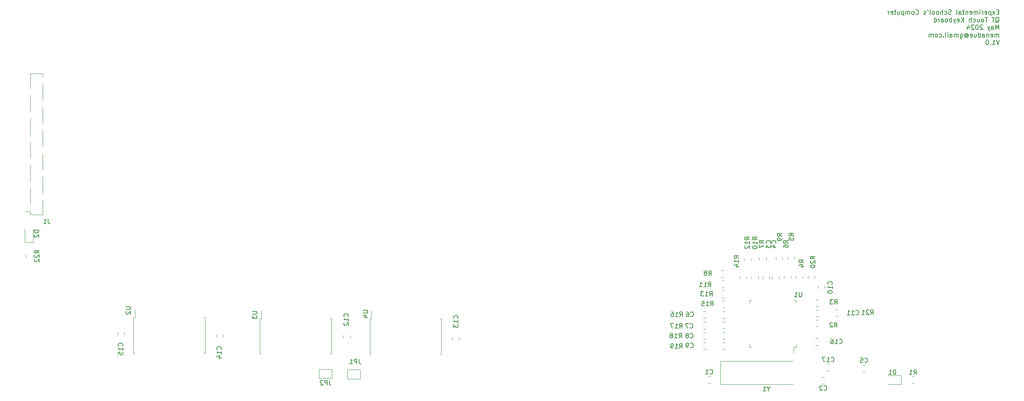
<source format=gbr>
G04 #@! TF.GenerationSoftware,KiCad,Pcbnew,5.1.5+dfsg1-2build2*
G04 #@! TF.CreationDate,2024-05-23T04:39:51+01:00*
G04 #@! TF.ProjectId,qt_touch1,71745f74-6f75-4636-9831-2e6b69636164,rev?*
G04 #@! TF.SameCoordinates,Original*
G04 #@! TF.FileFunction,Legend,Bot*
G04 #@! TF.FilePolarity,Positive*
%FSLAX46Y46*%
G04 Gerber Fmt 4.6, Leading zero omitted, Abs format (unit mm)*
G04 Created by KiCad (PCBNEW 5.1.5+dfsg1-2build2) date 2024-05-23 04:39:51*
%MOMM*%
%LPD*%
G04 APERTURE LIST*
%ADD10C,0.150000*%
%ADD11C,0.120000*%
G04 APERTURE END LIST*
D10*
X244739404Y-59853571D02*
X244406071Y-59853571D01*
X244263214Y-60377380D02*
X244739404Y-60377380D01*
X244739404Y-59377380D01*
X244263214Y-59377380D01*
X243929880Y-60377380D02*
X243406071Y-59710714D01*
X243929880Y-59710714D02*
X243406071Y-60377380D01*
X243025119Y-59710714D02*
X243025119Y-60710714D01*
X243025119Y-59758333D02*
X242929880Y-59710714D01*
X242739404Y-59710714D01*
X242644166Y-59758333D01*
X242596547Y-59805952D01*
X242548928Y-59901190D01*
X242548928Y-60186904D01*
X242596547Y-60282142D01*
X242644166Y-60329761D01*
X242739404Y-60377380D01*
X242929880Y-60377380D01*
X243025119Y-60329761D01*
X241739404Y-60329761D02*
X241834642Y-60377380D01*
X242025119Y-60377380D01*
X242120357Y-60329761D01*
X242167976Y-60234523D01*
X242167976Y-59853571D01*
X242120357Y-59758333D01*
X242025119Y-59710714D01*
X241834642Y-59710714D01*
X241739404Y-59758333D01*
X241691785Y-59853571D01*
X241691785Y-59948809D01*
X242167976Y-60044047D01*
X241263214Y-60377380D02*
X241263214Y-59710714D01*
X241263214Y-59901190D02*
X241215595Y-59805952D01*
X241167976Y-59758333D01*
X241072738Y-59710714D01*
X240977500Y-59710714D01*
X240644166Y-60377380D02*
X240644166Y-59710714D01*
X240644166Y-59377380D02*
X240691785Y-59425000D01*
X240644166Y-59472619D01*
X240596547Y-59425000D01*
X240644166Y-59377380D01*
X240644166Y-59472619D01*
X240167976Y-60377380D02*
X240167976Y-59710714D01*
X240167976Y-59805952D02*
X240120357Y-59758333D01*
X240025119Y-59710714D01*
X239882261Y-59710714D01*
X239787023Y-59758333D01*
X239739404Y-59853571D01*
X239739404Y-60377380D01*
X239739404Y-59853571D02*
X239691785Y-59758333D01*
X239596547Y-59710714D01*
X239453690Y-59710714D01*
X239358452Y-59758333D01*
X239310833Y-59853571D01*
X239310833Y-60377380D01*
X238453690Y-60329761D02*
X238548928Y-60377380D01*
X238739404Y-60377380D01*
X238834642Y-60329761D01*
X238882261Y-60234523D01*
X238882261Y-59853571D01*
X238834642Y-59758333D01*
X238739404Y-59710714D01*
X238548928Y-59710714D01*
X238453690Y-59758333D01*
X238406071Y-59853571D01*
X238406071Y-59948809D01*
X238882261Y-60044047D01*
X237977500Y-59710714D02*
X237977500Y-60377380D01*
X237977500Y-59805952D02*
X237929880Y-59758333D01*
X237834642Y-59710714D01*
X237691785Y-59710714D01*
X237596547Y-59758333D01*
X237548928Y-59853571D01*
X237548928Y-60377380D01*
X237215595Y-59710714D02*
X236834642Y-59710714D01*
X237072738Y-59377380D02*
X237072738Y-60234523D01*
X237025119Y-60329761D01*
X236929880Y-60377380D01*
X236834642Y-60377380D01*
X236072738Y-60377380D02*
X236072738Y-59853571D01*
X236120357Y-59758333D01*
X236215595Y-59710714D01*
X236406071Y-59710714D01*
X236501309Y-59758333D01*
X236072738Y-60329761D02*
X236167976Y-60377380D01*
X236406071Y-60377380D01*
X236501309Y-60329761D01*
X236548928Y-60234523D01*
X236548928Y-60139285D01*
X236501309Y-60044047D01*
X236406071Y-59996428D01*
X236167976Y-59996428D01*
X236072738Y-59948809D01*
X235453690Y-60377380D02*
X235548928Y-60329761D01*
X235596547Y-60234523D01*
X235596547Y-59377380D01*
X234358452Y-60329761D02*
X234215595Y-60377380D01*
X233977500Y-60377380D01*
X233882261Y-60329761D01*
X233834642Y-60282142D01*
X233787023Y-60186904D01*
X233787023Y-60091666D01*
X233834642Y-59996428D01*
X233882261Y-59948809D01*
X233977500Y-59901190D01*
X234167976Y-59853571D01*
X234263214Y-59805952D01*
X234310833Y-59758333D01*
X234358452Y-59663095D01*
X234358452Y-59567857D01*
X234310833Y-59472619D01*
X234263214Y-59425000D01*
X234167976Y-59377380D01*
X233929880Y-59377380D01*
X233787023Y-59425000D01*
X232929880Y-60329761D02*
X233025119Y-60377380D01*
X233215595Y-60377380D01*
X233310833Y-60329761D01*
X233358452Y-60282142D01*
X233406071Y-60186904D01*
X233406071Y-59901190D01*
X233358452Y-59805952D01*
X233310833Y-59758333D01*
X233215595Y-59710714D01*
X233025119Y-59710714D01*
X232929880Y-59758333D01*
X232501309Y-60377380D02*
X232501309Y-59377380D01*
X232072738Y-60377380D02*
X232072738Y-59853571D01*
X232120357Y-59758333D01*
X232215595Y-59710714D01*
X232358452Y-59710714D01*
X232453690Y-59758333D01*
X232501309Y-59805952D01*
X231453690Y-60377380D02*
X231548928Y-60329761D01*
X231596547Y-60282142D01*
X231644166Y-60186904D01*
X231644166Y-59901190D01*
X231596547Y-59805952D01*
X231548928Y-59758333D01*
X231453690Y-59710714D01*
X231310833Y-59710714D01*
X231215595Y-59758333D01*
X231167976Y-59805952D01*
X231120357Y-59901190D01*
X231120357Y-60186904D01*
X231167976Y-60282142D01*
X231215595Y-60329761D01*
X231310833Y-60377380D01*
X231453690Y-60377380D01*
X230548928Y-60377380D02*
X230644166Y-60329761D01*
X230691785Y-60282142D01*
X230739404Y-60186904D01*
X230739404Y-59901190D01*
X230691785Y-59805952D01*
X230644166Y-59758333D01*
X230548928Y-59710714D01*
X230406071Y-59710714D01*
X230310833Y-59758333D01*
X230263214Y-59805952D01*
X230215595Y-59901190D01*
X230215595Y-60186904D01*
X230263214Y-60282142D01*
X230310833Y-60329761D01*
X230406071Y-60377380D01*
X230548928Y-60377380D01*
X229644166Y-60377380D02*
X229739404Y-60329761D01*
X229787023Y-60234523D01*
X229787023Y-59377380D01*
X229215595Y-59377380D02*
X229310833Y-59567857D01*
X228834642Y-60329761D02*
X228739404Y-60377380D01*
X228548928Y-60377380D01*
X228453690Y-60329761D01*
X228406071Y-60234523D01*
X228406071Y-60186904D01*
X228453690Y-60091666D01*
X228548928Y-60044047D01*
X228691785Y-60044047D01*
X228787023Y-59996428D01*
X228834642Y-59901190D01*
X228834642Y-59853571D01*
X228787023Y-59758333D01*
X228691785Y-59710714D01*
X228548928Y-59710714D01*
X228453690Y-59758333D01*
X226644166Y-60282142D02*
X226691785Y-60329761D01*
X226834642Y-60377380D01*
X226929880Y-60377380D01*
X227072738Y-60329761D01*
X227167976Y-60234523D01*
X227215595Y-60139285D01*
X227263214Y-59948809D01*
X227263214Y-59805952D01*
X227215595Y-59615476D01*
X227167976Y-59520238D01*
X227072738Y-59425000D01*
X226929880Y-59377380D01*
X226834642Y-59377380D01*
X226691785Y-59425000D01*
X226644166Y-59472619D01*
X226072738Y-60377380D02*
X226167976Y-60329761D01*
X226215595Y-60282142D01*
X226263214Y-60186904D01*
X226263214Y-59901190D01*
X226215595Y-59805952D01*
X226167976Y-59758333D01*
X226072738Y-59710714D01*
X225929880Y-59710714D01*
X225834642Y-59758333D01*
X225787023Y-59805952D01*
X225739404Y-59901190D01*
X225739404Y-60186904D01*
X225787023Y-60282142D01*
X225834642Y-60329761D01*
X225929880Y-60377380D01*
X226072738Y-60377380D01*
X225310833Y-60377380D02*
X225310833Y-59710714D01*
X225310833Y-59805952D02*
X225263214Y-59758333D01*
X225167976Y-59710714D01*
X225025119Y-59710714D01*
X224929880Y-59758333D01*
X224882261Y-59853571D01*
X224882261Y-60377380D01*
X224882261Y-59853571D02*
X224834642Y-59758333D01*
X224739404Y-59710714D01*
X224596547Y-59710714D01*
X224501309Y-59758333D01*
X224453690Y-59853571D01*
X224453690Y-60377380D01*
X223977500Y-59710714D02*
X223977500Y-60710714D01*
X223977500Y-59758333D02*
X223882261Y-59710714D01*
X223691785Y-59710714D01*
X223596547Y-59758333D01*
X223548928Y-59805952D01*
X223501309Y-59901190D01*
X223501309Y-60186904D01*
X223548928Y-60282142D01*
X223596547Y-60329761D01*
X223691785Y-60377380D01*
X223882261Y-60377380D01*
X223977500Y-60329761D01*
X222644166Y-59710714D02*
X222644166Y-60377380D01*
X223072738Y-59710714D02*
X223072738Y-60234523D01*
X223025119Y-60329761D01*
X222929880Y-60377380D01*
X222787023Y-60377380D01*
X222691785Y-60329761D01*
X222644166Y-60282142D01*
X222310833Y-59710714D02*
X221929880Y-59710714D01*
X222167976Y-59377380D02*
X222167976Y-60234523D01*
X222120357Y-60329761D01*
X222025119Y-60377380D01*
X221929880Y-60377380D01*
X221215595Y-60329761D02*
X221310833Y-60377380D01*
X221501309Y-60377380D01*
X221596547Y-60329761D01*
X221644166Y-60234523D01*
X221644166Y-59853571D01*
X221596547Y-59758333D01*
X221501309Y-59710714D01*
X221310833Y-59710714D01*
X221215595Y-59758333D01*
X221167976Y-59853571D01*
X221167976Y-59948809D01*
X221644166Y-60044047D01*
X220739404Y-60377380D02*
X220739404Y-59710714D01*
X220739404Y-59901190D02*
X220691785Y-59805952D01*
X220644166Y-59758333D01*
X220548928Y-59710714D01*
X220453690Y-59710714D01*
X244072738Y-62122619D02*
X244167976Y-62075000D01*
X244263214Y-61979761D01*
X244406071Y-61836904D01*
X244501309Y-61789285D01*
X244596547Y-61789285D01*
X244548928Y-62027380D02*
X244644166Y-61979761D01*
X244739404Y-61884523D01*
X244787023Y-61694047D01*
X244787023Y-61360714D01*
X244739404Y-61170238D01*
X244644166Y-61075000D01*
X244548928Y-61027380D01*
X244358452Y-61027380D01*
X244263214Y-61075000D01*
X244167976Y-61170238D01*
X244120357Y-61360714D01*
X244120357Y-61694047D01*
X244167976Y-61884523D01*
X244263214Y-61979761D01*
X244358452Y-62027380D01*
X244548928Y-62027380D01*
X243834642Y-61027380D02*
X243263214Y-61027380D01*
X243548928Y-62027380D02*
X243548928Y-61027380D01*
X242310833Y-61027380D02*
X241739404Y-61027380D01*
X242025119Y-62027380D02*
X242025119Y-61027380D01*
X241263214Y-62027380D02*
X241358452Y-61979761D01*
X241406071Y-61932142D01*
X241453690Y-61836904D01*
X241453690Y-61551190D01*
X241406071Y-61455952D01*
X241358452Y-61408333D01*
X241263214Y-61360714D01*
X241120357Y-61360714D01*
X241025119Y-61408333D01*
X240977500Y-61455952D01*
X240929880Y-61551190D01*
X240929880Y-61836904D01*
X240977500Y-61932142D01*
X241025119Y-61979761D01*
X241120357Y-62027380D01*
X241263214Y-62027380D01*
X240072738Y-61360714D02*
X240072738Y-62027380D01*
X240501309Y-61360714D02*
X240501309Y-61884523D01*
X240453690Y-61979761D01*
X240358452Y-62027380D01*
X240215595Y-62027380D01*
X240120357Y-61979761D01*
X240072738Y-61932142D01*
X239167976Y-61979761D02*
X239263214Y-62027380D01*
X239453690Y-62027380D01*
X239548928Y-61979761D01*
X239596547Y-61932142D01*
X239644166Y-61836904D01*
X239644166Y-61551190D01*
X239596547Y-61455952D01*
X239548928Y-61408333D01*
X239453690Y-61360714D01*
X239263214Y-61360714D01*
X239167976Y-61408333D01*
X238739404Y-62027380D02*
X238739404Y-61027380D01*
X238310833Y-62027380D02*
X238310833Y-61503571D01*
X238358452Y-61408333D01*
X238453690Y-61360714D01*
X238596547Y-61360714D01*
X238691785Y-61408333D01*
X238739404Y-61455952D01*
X237072738Y-62027380D02*
X237072738Y-61027380D01*
X236501309Y-62027380D02*
X236929880Y-61455952D01*
X236501309Y-61027380D02*
X237072738Y-61598809D01*
X235691785Y-61979761D02*
X235787023Y-62027380D01*
X235977500Y-62027380D01*
X236072738Y-61979761D01*
X236120357Y-61884523D01*
X236120357Y-61503571D01*
X236072738Y-61408333D01*
X235977500Y-61360714D01*
X235787023Y-61360714D01*
X235691785Y-61408333D01*
X235644166Y-61503571D01*
X235644166Y-61598809D01*
X236120357Y-61694047D01*
X235310833Y-61360714D02*
X235072738Y-62027380D01*
X234834642Y-61360714D02*
X235072738Y-62027380D01*
X235167976Y-62265476D01*
X235215595Y-62313095D01*
X235310833Y-62360714D01*
X234453690Y-62027380D02*
X234453690Y-61027380D01*
X234453690Y-61408333D02*
X234358452Y-61360714D01*
X234167976Y-61360714D01*
X234072738Y-61408333D01*
X234025119Y-61455952D01*
X233977500Y-61551190D01*
X233977500Y-61836904D01*
X234025119Y-61932142D01*
X234072738Y-61979761D01*
X234167976Y-62027380D01*
X234358452Y-62027380D01*
X234453690Y-61979761D01*
X233406071Y-62027380D02*
X233501309Y-61979761D01*
X233548928Y-61932142D01*
X233596547Y-61836904D01*
X233596547Y-61551190D01*
X233548928Y-61455952D01*
X233501309Y-61408333D01*
X233406071Y-61360714D01*
X233263214Y-61360714D01*
X233167976Y-61408333D01*
X233120357Y-61455952D01*
X233072738Y-61551190D01*
X233072738Y-61836904D01*
X233120357Y-61932142D01*
X233167976Y-61979761D01*
X233263214Y-62027380D01*
X233406071Y-62027380D01*
X232215595Y-62027380D02*
X232215595Y-61503571D01*
X232263214Y-61408333D01*
X232358452Y-61360714D01*
X232548928Y-61360714D01*
X232644166Y-61408333D01*
X232215595Y-61979761D02*
X232310833Y-62027380D01*
X232548928Y-62027380D01*
X232644166Y-61979761D01*
X232691785Y-61884523D01*
X232691785Y-61789285D01*
X232644166Y-61694047D01*
X232548928Y-61646428D01*
X232310833Y-61646428D01*
X232215595Y-61598809D01*
X231739404Y-62027380D02*
X231739404Y-61360714D01*
X231739404Y-61551190D02*
X231691785Y-61455952D01*
X231644166Y-61408333D01*
X231548928Y-61360714D01*
X231453690Y-61360714D01*
X230691785Y-62027380D02*
X230691785Y-61027380D01*
X230691785Y-61979761D02*
X230787023Y-62027380D01*
X230977500Y-62027380D01*
X231072738Y-61979761D01*
X231120357Y-61932142D01*
X231167976Y-61836904D01*
X231167976Y-61551190D01*
X231120357Y-61455952D01*
X231072738Y-61408333D01*
X230977500Y-61360714D01*
X230787023Y-61360714D01*
X230691785Y-61408333D01*
X244739404Y-63677380D02*
X244739404Y-62677380D01*
X244406071Y-63391666D01*
X244072738Y-62677380D01*
X244072738Y-63677380D01*
X243167976Y-63677380D02*
X243167976Y-63153571D01*
X243215595Y-63058333D01*
X243310833Y-63010714D01*
X243501309Y-63010714D01*
X243596547Y-63058333D01*
X243167976Y-63629761D02*
X243263214Y-63677380D01*
X243501309Y-63677380D01*
X243596547Y-63629761D01*
X243644166Y-63534523D01*
X243644166Y-63439285D01*
X243596547Y-63344047D01*
X243501309Y-63296428D01*
X243263214Y-63296428D01*
X243167976Y-63248809D01*
X242787023Y-63010714D02*
X242548928Y-63677380D01*
X242310833Y-63010714D02*
X242548928Y-63677380D01*
X242644166Y-63915476D01*
X242691785Y-63963095D01*
X242787023Y-64010714D01*
X241215595Y-62772619D02*
X241167976Y-62725000D01*
X241072738Y-62677380D01*
X240834642Y-62677380D01*
X240739404Y-62725000D01*
X240691785Y-62772619D01*
X240644166Y-62867857D01*
X240644166Y-62963095D01*
X240691785Y-63105952D01*
X241263214Y-63677380D01*
X240644166Y-63677380D01*
X240025119Y-62677380D02*
X239929880Y-62677380D01*
X239834642Y-62725000D01*
X239787023Y-62772619D01*
X239739404Y-62867857D01*
X239691785Y-63058333D01*
X239691785Y-63296428D01*
X239739404Y-63486904D01*
X239787023Y-63582142D01*
X239834642Y-63629761D01*
X239929880Y-63677380D01*
X240025119Y-63677380D01*
X240120357Y-63629761D01*
X240167976Y-63582142D01*
X240215595Y-63486904D01*
X240263214Y-63296428D01*
X240263214Y-63058333D01*
X240215595Y-62867857D01*
X240167976Y-62772619D01*
X240120357Y-62725000D01*
X240025119Y-62677380D01*
X239310833Y-62772619D02*
X239263214Y-62725000D01*
X239167976Y-62677380D01*
X238929880Y-62677380D01*
X238834642Y-62725000D01*
X238787023Y-62772619D01*
X238739404Y-62867857D01*
X238739404Y-62963095D01*
X238787023Y-63105952D01*
X239358452Y-63677380D01*
X238739404Y-63677380D01*
X237882261Y-63010714D02*
X237882261Y-63677380D01*
X238120357Y-62629761D02*
X238358452Y-63344047D01*
X237739404Y-63344047D01*
X244739404Y-65327380D02*
X244739404Y-64660714D01*
X244739404Y-64755952D02*
X244691785Y-64708333D01*
X244596547Y-64660714D01*
X244453690Y-64660714D01*
X244358452Y-64708333D01*
X244310833Y-64803571D01*
X244310833Y-65327380D01*
X244310833Y-64803571D02*
X244263214Y-64708333D01*
X244167976Y-64660714D01*
X244025119Y-64660714D01*
X243929880Y-64708333D01*
X243882261Y-64803571D01*
X243882261Y-65327380D01*
X243025119Y-65279761D02*
X243120357Y-65327380D01*
X243310833Y-65327380D01*
X243406071Y-65279761D01*
X243453690Y-65184523D01*
X243453690Y-64803571D01*
X243406071Y-64708333D01*
X243310833Y-64660714D01*
X243120357Y-64660714D01*
X243025119Y-64708333D01*
X242977500Y-64803571D01*
X242977500Y-64898809D01*
X243453690Y-64994047D01*
X242548928Y-64660714D02*
X242548928Y-65327380D01*
X242548928Y-64755952D02*
X242501309Y-64708333D01*
X242406071Y-64660714D01*
X242263214Y-64660714D01*
X242167976Y-64708333D01*
X242120357Y-64803571D01*
X242120357Y-65327380D01*
X241215595Y-65327380D02*
X241215595Y-64803571D01*
X241263214Y-64708333D01*
X241358452Y-64660714D01*
X241548928Y-64660714D01*
X241644166Y-64708333D01*
X241215595Y-65279761D02*
X241310833Y-65327380D01*
X241548928Y-65327380D01*
X241644166Y-65279761D01*
X241691785Y-65184523D01*
X241691785Y-65089285D01*
X241644166Y-64994047D01*
X241548928Y-64946428D01*
X241310833Y-64946428D01*
X241215595Y-64898809D01*
X240310833Y-65327380D02*
X240310833Y-64327380D01*
X240310833Y-65279761D02*
X240406071Y-65327380D01*
X240596547Y-65327380D01*
X240691785Y-65279761D01*
X240739404Y-65232142D01*
X240787023Y-65136904D01*
X240787023Y-64851190D01*
X240739404Y-64755952D01*
X240691785Y-64708333D01*
X240596547Y-64660714D01*
X240406071Y-64660714D01*
X240310833Y-64708333D01*
X239406071Y-64660714D02*
X239406071Y-65327380D01*
X239834642Y-64660714D02*
X239834642Y-65184523D01*
X239787023Y-65279761D01*
X239691785Y-65327380D01*
X239548928Y-65327380D01*
X239453690Y-65279761D01*
X239406071Y-65232142D01*
X238548928Y-65279761D02*
X238644166Y-65327380D01*
X238834642Y-65327380D01*
X238929880Y-65279761D01*
X238977500Y-65184523D01*
X238977500Y-64803571D01*
X238929880Y-64708333D01*
X238834642Y-64660714D01*
X238644166Y-64660714D01*
X238548928Y-64708333D01*
X238501309Y-64803571D01*
X238501309Y-64898809D01*
X238977500Y-64994047D01*
X237453690Y-64851190D02*
X237501309Y-64803571D01*
X237596547Y-64755952D01*
X237691785Y-64755952D01*
X237787023Y-64803571D01*
X237834642Y-64851190D01*
X237882261Y-64946428D01*
X237882261Y-65041666D01*
X237834642Y-65136904D01*
X237787023Y-65184523D01*
X237691785Y-65232142D01*
X237596547Y-65232142D01*
X237501309Y-65184523D01*
X237453690Y-65136904D01*
X237453690Y-64755952D02*
X237453690Y-65136904D01*
X237406071Y-65184523D01*
X237358452Y-65184523D01*
X237263214Y-65136904D01*
X237215595Y-65041666D01*
X237215595Y-64803571D01*
X237310833Y-64660714D01*
X237453690Y-64565476D01*
X237644166Y-64517857D01*
X237834642Y-64565476D01*
X237977500Y-64660714D01*
X238072738Y-64803571D01*
X238120357Y-64994047D01*
X238072738Y-65184523D01*
X237977500Y-65327380D01*
X237834642Y-65422619D01*
X237644166Y-65470238D01*
X237453690Y-65422619D01*
X237310833Y-65327380D01*
X236358452Y-64660714D02*
X236358452Y-65470238D01*
X236406071Y-65565476D01*
X236453690Y-65613095D01*
X236548928Y-65660714D01*
X236691785Y-65660714D01*
X236787023Y-65613095D01*
X236358452Y-65279761D02*
X236453690Y-65327380D01*
X236644166Y-65327380D01*
X236739404Y-65279761D01*
X236787023Y-65232142D01*
X236834642Y-65136904D01*
X236834642Y-64851190D01*
X236787023Y-64755952D01*
X236739404Y-64708333D01*
X236644166Y-64660714D01*
X236453690Y-64660714D01*
X236358452Y-64708333D01*
X235882261Y-65327380D02*
X235882261Y-64660714D01*
X235882261Y-64755952D02*
X235834642Y-64708333D01*
X235739404Y-64660714D01*
X235596547Y-64660714D01*
X235501309Y-64708333D01*
X235453690Y-64803571D01*
X235453690Y-65327380D01*
X235453690Y-64803571D02*
X235406071Y-64708333D01*
X235310833Y-64660714D01*
X235167976Y-64660714D01*
X235072738Y-64708333D01*
X235025119Y-64803571D01*
X235025119Y-65327380D01*
X234120357Y-65327380D02*
X234120357Y-64803571D01*
X234167976Y-64708333D01*
X234263214Y-64660714D01*
X234453690Y-64660714D01*
X234548928Y-64708333D01*
X234120357Y-65279761D02*
X234215595Y-65327380D01*
X234453690Y-65327380D01*
X234548928Y-65279761D01*
X234596547Y-65184523D01*
X234596547Y-65089285D01*
X234548928Y-64994047D01*
X234453690Y-64946428D01*
X234215595Y-64946428D01*
X234120357Y-64898809D01*
X233644166Y-65327380D02*
X233644166Y-64660714D01*
X233644166Y-64327380D02*
X233691785Y-64375000D01*
X233644166Y-64422619D01*
X233596547Y-64375000D01*
X233644166Y-64327380D01*
X233644166Y-64422619D01*
X233025119Y-65327380D02*
X233120357Y-65279761D01*
X233167976Y-65184523D01*
X233167976Y-64327380D01*
X232644166Y-65232142D02*
X232596547Y-65279761D01*
X232644166Y-65327380D01*
X232691785Y-65279761D01*
X232644166Y-65232142D01*
X232644166Y-65327380D01*
X231739404Y-65279761D02*
X231834642Y-65327380D01*
X232025119Y-65327380D01*
X232120357Y-65279761D01*
X232167976Y-65232142D01*
X232215595Y-65136904D01*
X232215595Y-64851190D01*
X232167976Y-64755952D01*
X232120357Y-64708333D01*
X232025119Y-64660714D01*
X231834642Y-64660714D01*
X231739404Y-64708333D01*
X231167976Y-65327380D02*
X231263214Y-65279761D01*
X231310833Y-65232142D01*
X231358452Y-65136904D01*
X231358452Y-64851190D01*
X231310833Y-64755952D01*
X231263214Y-64708333D01*
X231167976Y-64660714D01*
X231025119Y-64660714D01*
X230929880Y-64708333D01*
X230882261Y-64755952D01*
X230834642Y-64851190D01*
X230834642Y-65136904D01*
X230882261Y-65232142D01*
X230929880Y-65279761D01*
X231025119Y-65327380D01*
X231167976Y-65327380D01*
X230406071Y-65327380D02*
X230406071Y-64660714D01*
X230406071Y-64755952D02*
X230358452Y-64708333D01*
X230263214Y-64660714D01*
X230120357Y-64660714D01*
X230025119Y-64708333D01*
X229977500Y-64803571D01*
X229977500Y-65327380D01*
X229977500Y-64803571D02*
X229929880Y-64708333D01*
X229834642Y-64660714D01*
X229691785Y-64660714D01*
X229596547Y-64708333D01*
X229548928Y-64803571D01*
X229548928Y-65327380D01*
X244882261Y-65977380D02*
X244548928Y-66977380D01*
X244215595Y-65977380D01*
X243358452Y-66977380D02*
X243929880Y-66977380D01*
X243644166Y-66977380D02*
X243644166Y-65977380D01*
X243739404Y-66120238D01*
X243834642Y-66215476D01*
X243929880Y-66263095D01*
X242929880Y-66882142D02*
X242882261Y-66929761D01*
X242929880Y-66977380D01*
X242977500Y-66929761D01*
X242929880Y-66882142D01*
X242929880Y-66977380D01*
X242263214Y-65977380D02*
X242167976Y-65977380D01*
X242072738Y-66025000D01*
X242025119Y-66072619D01*
X241977500Y-66167857D01*
X241929880Y-66358333D01*
X241929880Y-66596428D01*
X241977500Y-66786904D01*
X242025119Y-66882142D01*
X242072738Y-66929761D01*
X242167976Y-66977380D01*
X242263214Y-66977380D01*
X242358452Y-66929761D01*
X242406071Y-66882142D01*
X242453690Y-66786904D01*
X242501309Y-66596428D01*
X242501309Y-66358333D01*
X242453690Y-66167857D01*
X242406071Y-66072619D01*
X242358452Y-66025000D01*
X242263214Y-65977380D01*
D11*
X96300000Y-139900000D02*
X99100000Y-139900000D01*
X99100000Y-139900000D02*
X99100000Y-137900000D01*
X99100000Y-137900000D02*
X96300000Y-137900000D01*
X96300000Y-137900000D02*
X96300000Y-139900000D01*
X102500000Y-140000000D02*
X105300000Y-140000000D01*
X105300000Y-140000000D02*
X105300000Y-138000000D01*
X105300000Y-138000000D02*
X102500000Y-138000000D01*
X102500000Y-138000000D02*
X102500000Y-140000000D01*
X107680000Y-126940000D02*
X107680000Y-125150000D01*
X107390000Y-126940000D02*
X107680000Y-126940000D01*
X107390000Y-130800000D02*
X107390000Y-126940000D01*
X107390000Y-134660000D02*
X107680000Y-134660000D01*
X107390000Y-130800000D02*
X107390000Y-134660000D01*
X123010000Y-126940000D02*
X122720000Y-126940000D01*
X123010000Y-130800000D02*
X123010000Y-126940000D01*
X123010000Y-134660000D02*
X122720000Y-134660000D01*
X123010000Y-130800000D02*
X123010000Y-134660000D01*
X32365000Y-113427064D02*
X32365000Y-112972936D01*
X33835000Y-113427064D02*
X33835000Y-112972936D01*
X32040000Y-110160000D02*
X32040000Y-107300000D01*
X33960000Y-110160000D02*
X32040000Y-110160000D01*
X33960000Y-107300000D02*
X33960000Y-110160000D01*
X223385000Y-141210000D02*
X220525000Y-141210000D01*
X223385000Y-139290000D02*
X223385000Y-141210000D01*
X220525000Y-139290000D02*
X223385000Y-139290000D01*
X207761252Y-138235000D02*
X207238748Y-138235000D01*
X207761252Y-136765000D02*
X207238748Y-136765000D01*
X205261252Y-132635000D02*
X204738748Y-132635000D01*
X205261252Y-131165000D02*
X204738748Y-131165000D01*
X32060000Y-103430000D02*
X33270000Y-103430000D01*
X33270000Y-76510000D02*
X33270000Y-73300000D01*
X33270000Y-81590000D02*
X33270000Y-78030000D01*
X33270000Y-86670000D02*
X33270000Y-83110000D01*
X33270000Y-91750000D02*
X33270000Y-88190000D01*
X33270000Y-96830000D02*
X33270000Y-93270000D01*
X33270000Y-101910000D02*
X33270000Y-98350000D01*
X33270000Y-104100000D02*
X33270000Y-103430000D01*
X33270000Y-73300000D02*
X35930000Y-73300000D01*
X35930000Y-73970000D02*
X35930000Y-73300000D01*
X35930000Y-79050000D02*
X35930000Y-75490000D01*
X35930000Y-84130000D02*
X35930000Y-80570000D01*
X35930000Y-89210000D02*
X35930000Y-85650000D01*
X35930000Y-94290000D02*
X35930000Y-90730000D01*
X35930000Y-99370000D02*
X35930000Y-95810000D01*
X35930000Y-104100000D02*
X35930000Y-100890000D01*
X33270000Y-104100000D02*
X35930000Y-104100000D01*
X52365000Y-130361252D02*
X52365000Y-129838748D01*
X53835000Y-130361252D02*
X53835000Y-129838748D01*
X73865000Y-130861252D02*
X73865000Y-130338748D01*
X75335000Y-130861252D02*
X75335000Y-130338748D01*
X125440000Y-131511252D02*
X125440000Y-130988748D01*
X126910000Y-131511252D02*
X126910000Y-130988748D01*
X101615000Y-131086252D02*
X101615000Y-130563748D01*
X103085000Y-131086252D02*
X103085000Y-130563748D01*
X204838748Y-124965000D02*
X205361252Y-124965000D01*
X204838748Y-126435000D02*
X205361252Y-126435000D01*
X206735000Y-119738748D02*
X206735000Y-120261252D01*
X205265000Y-119738748D02*
X205265000Y-120261252D01*
X184961252Y-133535000D02*
X184438748Y-133535000D01*
X184961252Y-132065000D02*
X184438748Y-132065000D01*
X184961252Y-131335000D02*
X184438748Y-131335000D01*
X184961252Y-129865000D02*
X184438748Y-129865000D01*
X184961252Y-129035000D02*
X184438748Y-129035000D01*
X184961252Y-127565000D02*
X184438748Y-127565000D01*
X184961252Y-126735000D02*
X184438748Y-126735000D01*
X184961252Y-125265000D02*
X184438748Y-125265000D01*
X215561252Y-138435000D02*
X215038748Y-138435000D01*
X215561252Y-136965000D02*
X215038748Y-136965000D01*
X195265000Y-118161252D02*
X195265000Y-117638748D01*
X196735000Y-118161252D02*
X196735000Y-117638748D01*
X193165000Y-118161252D02*
X193165000Y-117638748D01*
X194635000Y-118161252D02*
X194635000Y-117638748D01*
X206138748Y-139665000D02*
X206661252Y-139665000D01*
X206138748Y-141135000D02*
X206661252Y-141135000D01*
X181761252Y-140935000D02*
X181238748Y-140935000D01*
X181761252Y-139465000D02*
X181238748Y-139465000D01*
X183925000Y-136150000D02*
X199900000Y-136150000D01*
X183925000Y-141250000D02*
X183925000Y-136150000D01*
X199900000Y-141250000D02*
X183925000Y-141250000D01*
X83680000Y-126840000D02*
X83680000Y-125050000D01*
X83390000Y-126840000D02*
X83680000Y-126840000D01*
X83390000Y-130700000D02*
X83390000Y-126840000D01*
X83390000Y-134560000D02*
X83680000Y-134560000D01*
X83390000Y-130700000D02*
X83390000Y-134560000D01*
X99010000Y-126840000D02*
X98720000Y-126840000D01*
X99010000Y-130700000D02*
X99010000Y-126840000D01*
X99010000Y-134560000D02*
X98720000Y-134560000D01*
X99010000Y-130700000D02*
X99010000Y-134560000D01*
X56080000Y-126640000D02*
X56080000Y-124850000D01*
X55790000Y-126640000D02*
X56080000Y-126640000D01*
X55790000Y-130500000D02*
X55790000Y-126640000D01*
X55790000Y-134360000D02*
X56080000Y-134360000D01*
X55790000Y-130500000D02*
X55790000Y-134360000D01*
X71410000Y-126640000D02*
X71120000Y-126640000D01*
X71410000Y-130500000D02*
X71410000Y-126640000D01*
X71410000Y-134360000D02*
X71120000Y-134360000D01*
X71410000Y-130500000D02*
X71410000Y-134360000D01*
X199935000Y-133110000D02*
X199935000Y-134400000D01*
X200510000Y-133110000D02*
X199935000Y-133110000D01*
X200510000Y-132535000D02*
X200510000Y-133110000D01*
X200510000Y-122890000D02*
X199935000Y-122890000D01*
X200510000Y-123465000D02*
X200510000Y-122890000D01*
X190290000Y-133110000D02*
X190865000Y-133110000D01*
X190290000Y-132535000D02*
X190290000Y-133110000D01*
X190290000Y-122890000D02*
X190865000Y-122890000D01*
X190290000Y-123465000D02*
X190290000Y-122890000D01*
X209072936Y-124865000D02*
X209527064Y-124865000D01*
X209072936Y-126335000D02*
X209527064Y-126335000D01*
X203065000Y-118027064D02*
X203065000Y-117572936D01*
X204535000Y-118027064D02*
X204535000Y-117572936D01*
X180727064Y-133535000D02*
X180272936Y-133535000D01*
X180727064Y-132065000D02*
X180272936Y-132065000D01*
X180727064Y-131335000D02*
X180272936Y-131335000D01*
X180727064Y-129865000D02*
X180272936Y-129865000D01*
X180727064Y-129135000D02*
X180272936Y-129135000D01*
X180727064Y-127665000D02*
X180272936Y-127665000D01*
X180727064Y-126735000D02*
X180272936Y-126735000D01*
X180727064Y-125265000D02*
X180272936Y-125265000D01*
X184827064Y-124435000D02*
X184372936Y-124435000D01*
X184827064Y-122965000D02*
X184372936Y-122965000D01*
X188165000Y-118127064D02*
X188165000Y-117672936D01*
X189635000Y-118127064D02*
X189635000Y-117672936D01*
X184727064Y-122235000D02*
X184272936Y-122235000D01*
X184727064Y-120765000D02*
X184272936Y-120765000D01*
X189265000Y-114127064D02*
X189265000Y-113672936D01*
X190735000Y-114127064D02*
X190735000Y-113672936D01*
X184727064Y-120035000D02*
X184272936Y-120035000D01*
X184727064Y-118565000D02*
X184272936Y-118565000D01*
X190765000Y-118127064D02*
X190765000Y-117672936D01*
X192235000Y-118127064D02*
X192235000Y-117672936D01*
X196065000Y-113927064D02*
X196065000Y-113472936D01*
X197535000Y-113927064D02*
X197535000Y-113472936D01*
X184627064Y-117835000D02*
X184172936Y-117835000D01*
X184627064Y-116365000D02*
X184172936Y-116365000D01*
X192465000Y-114027064D02*
X192465000Y-113572936D01*
X193935000Y-114027064D02*
X193935000Y-113572936D01*
X197865000Y-118027064D02*
X197865000Y-117572936D01*
X199335000Y-118027064D02*
X199335000Y-117572936D01*
X198665000Y-113827064D02*
X198665000Y-113372936D01*
X200135000Y-113827064D02*
X200135000Y-113372936D01*
X200465000Y-118027064D02*
X200465000Y-117572936D01*
X201935000Y-118027064D02*
X201935000Y-117572936D01*
X204872936Y-122765000D02*
X205327064Y-122765000D01*
X204872936Y-124235000D02*
X205327064Y-124235000D01*
X204772936Y-127165000D02*
X205227064Y-127165000D01*
X204772936Y-128635000D02*
X205227064Y-128635000D01*
X226252064Y-140985000D02*
X225797936Y-140985000D01*
X226252064Y-139515000D02*
X225797936Y-139515000D01*
D10*
X98583333Y-140352380D02*
X98583333Y-141066666D01*
X98630952Y-141209523D01*
X98726190Y-141304761D01*
X98869047Y-141352380D01*
X98964285Y-141352380D01*
X98107142Y-141352380D02*
X98107142Y-140352380D01*
X97726190Y-140352380D01*
X97630952Y-140400000D01*
X97583333Y-140447619D01*
X97535714Y-140542857D01*
X97535714Y-140685714D01*
X97583333Y-140780952D01*
X97630952Y-140828571D01*
X97726190Y-140876190D01*
X98107142Y-140876190D01*
X97154761Y-140447619D02*
X97107142Y-140400000D01*
X97011904Y-140352380D01*
X96773809Y-140352380D01*
X96678571Y-140400000D01*
X96630952Y-140447619D01*
X96583333Y-140542857D01*
X96583333Y-140638095D01*
X96630952Y-140780952D01*
X97202380Y-141352380D01*
X96583333Y-141352380D01*
X105058333Y-135752380D02*
X105058333Y-136466666D01*
X105105952Y-136609523D01*
X105201190Y-136704761D01*
X105344047Y-136752380D01*
X105439285Y-136752380D01*
X104582142Y-136752380D02*
X104582142Y-135752380D01*
X104201190Y-135752380D01*
X104105952Y-135800000D01*
X104058333Y-135847619D01*
X104010714Y-135942857D01*
X104010714Y-136085714D01*
X104058333Y-136180952D01*
X104105952Y-136228571D01*
X104201190Y-136276190D01*
X104582142Y-136276190D01*
X103058333Y-136752380D02*
X103629761Y-136752380D01*
X103344047Y-136752380D02*
X103344047Y-135752380D01*
X103439285Y-135895238D01*
X103534523Y-135990476D01*
X103629761Y-136038095D01*
X105927380Y-125088095D02*
X106736904Y-125088095D01*
X106832142Y-125135714D01*
X106879761Y-125183333D01*
X106927380Y-125278571D01*
X106927380Y-125469047D01*
X106879761Y-125564285D01*
X106832142Y-125611904D01*
X106736904Y-125659523D01*
X105927380Y-125659523D01*
X106260714Y-126564285D02*
X106927380Y-126564285D01*
X105879761Y-126326190D02*
X106594047Y-126088095D01*
X106594047Y-126707142D01*
X35202380Y-112557142D02*
X34726190Y-112223809D01*
X35202380Y-111985714D02*
X34202380Y-111985714D01*
X34202380Y-112366666D01*
X34250000Y-112461904D01*
X34297619Y-112509523D01*
X34392857Y-112557142D01*
X34535714Y-112557142D01*
X34630952Y-112509523D01*
X34678571Y-112461904D01*
X34726190Y-112366666D01*
X34726190Y-111985714D01*
X34297619Y-112938095D02*
X34250000Y-112985714D01*
X34202380Y-113080952D01*
X34202380Y-113319047D01*
X34250000Y-113414285D01*
X34297619Y-113461904D01*
X34392857Y-113509523D01*
X34488095Y-113509523D01*
X34630952Y-113461904D01*
X35202380Y-112890476D01*
X35202380Y-113509523D01*
X34297619Y-113890476D02*
X34250000Y-113938095D01*
X34202380Y-114033333D01*
X34202380Y-114271428D01*
X34250000Y-114366666D01*
X34297619Y-114414285D01*
X34392857Y-114461904D01*
X34488095Y-114461904D01*
X34630952Y-114414285D01*
X35202380Y-113842857D01*
X35202380Y-114461904D01*
X35102380Y-107561904D02*
X34102380Y-107561904D01*
X34102380Y-107800000D01*
X34150000Y-107942857D01*
X34245238Y-108038095D01*
X34340476Y-108085714D01*
X34530952Y-108133333D01*
X34673809Y-108133333D01*
X34864285Y-108085714D01*
X34959523Y-108038095D01*
X35054761Y-107942857D01*
X35102380Y-107800000D01*
X35102380Y-107561904D01*
X34197619Y-108514285D02*
X34150000Y-108561904D01*
X34102380Y-108657142D01*
X34102380Y-108895238D01*
X34150000Y-108990476D01*
X34197619Y-109038095D01*
X34292857Y-109085714D01*
X34388095Y-109085714D01*
X34530952Y-109038095D01*
X35102380Y-108466666D01*
X35102380Y-109085714D01*
X222263095Y-139052380D02*
X222263095Y-138052380D01*
X222025000Y-138052380D01*
X221882142Y-138100000D01*
X221786904Y-138195238D01*
X221739285Y-138290476D01*
X221691666Y-138480952D01*
X221691666Y-138623809D01*
X221739285Y-138814285D01*
X221786904Y-138909523D01*
X221882142Y-139004761D01*
X222025000Y-139052380D01*
X222263095Y-139052380D01*
X220739285Y-139052380D02*
X221310714Y-139052380D01*
X221025000Y-139052380D02*
X221025000Y-138052380D01*
X221120238Y-138195238D01*
X221215476Y-138290476D01*
X221310714Y-138338095D01*
X208142857Y-136177142D02*
X208190476Y-136224761D01*
X208333333Y-136272380D01*
X208428571Y-136272380D01*
X208571428Y-136224761D01*
X208666666Y-136129523D01*
X208714285Y-136034285D01*
X208761904Y-135843809D01*
X208761904Y-135700952D01*
X208714285Y-135510476D01*
X208666666Y-135415238D01*
X208571428Y-135320000D01*
X208428571Y-135272380D01*
X208333333Y-135272380D01*
X208190476Y-135320000D01*
X208142857Y-135367619D01*
X207190476Y-136272380D02*
X207761904Y-136272380D01*
X207476190Y-136272380D02*
X207476190Y-135272380D01*
X207571428Y-135415238D01*
X207666666Y-135510476D01*
X207761904Y-135558095D01*
X206857142Y-135272380D02*
X206190476Y-135272380D01*
X206619047Y-136272380D01*
X209917857Y-132232142D02*
X209965476Y-132279761D01*
X210108333Y-132327380D01*
X210203571Y-132327380D01*
X210346428Y-132279761D01*
X210441666Y-132184523D01*
X210489285Y-132089285D01*
X210536904Y-131898809D01*
X210536904Y-131755952D01*
X210489285Y-131565476D01*
X210441666Y-131470238D01*
X210346428Y-131375000D01*
X210203571Y-131327380D01*
X210108333Y-131327380D01*
X209965476Y-131375000D01*
X209917857Y-131422619D01*
X208965476Y-132327380D02*
X209536904Y-132327380D01*
X209251190Y-132327380D02*
X209251190Y-131327380D01*
X209346428Y-131470238D01*
X209441666Y-131565476D01*
X209536904Y-131613095D01*
X208108333Y-131327380D02*
X208298809Y-131327380D01*
X208394047Y-131375000D01*
X208441666Y-131422619D01*
X208536904Y-131565476D01*
X208584523Y-131755952D01*
X208584523Y-132136904D01*
X208536904Y-132232142D01*
X208489285Y-132279761D01*
X208394047Y-132327380D01*
X208203571Y-132327380D01*
X208108333Y-132279761D01*
X208060714Y-132232142D01*
X208013095Y-132136904D01*
X208013095Y-131898809D01*
X208060714Y-131803571D01*
X208108333Y-131755952D01*
X208203571Y-131708333D01*
X208394047Y-131708333D01*
X208489285Y-131755952D01*
X208536904Y-131803571D01*
X208584523Y-131898809D01*
X37183333Y-105102380D02*
X37183333Y-105816666D01*
X37230952Y-105959523D01*
X37326190Y-106054761D01*
X37469047Y-106102380D01*
X37564285Y-106102380D01*
X36183333Y-106102380D02*
X36754761Y-106102380D01*
X36469047Y-106102380D02*
X36469047Y-105102380D01*
X36564285Y-105245238D01*
X36659523Y-105340476D01*
X36754761Y-105388095D01*
X53357142Y-132857142D02*
X53404761Y-132809523D01*
X53452380Y-132666666D01*
X53452380Y-132571428D01*
X53404761Y-132428571D01*
X53309523Y-132333333D01*
X53214285Y-132285714D01*
X53023809Y-132238095D01*
X52880952Y-132238095D01*
X52690476Y-132285714D01*
X52595238Y-132333333D01*
X52500000Y-132428571D01*
X52452380Y-132571428D01*
X52452380Y-132666666D01*
X52500000Y-132809523D01*
X52547619Y-132857142D01*
X53452380Y-133809523D02*
X53452380Y-133238095D01*
X53452380Y-133523809D02*
X52452380Y-133523809D01*
X52595238Y-133428571D01*
X52690476Y-133333333D01*
X52738095Y-133238095D01*
X52452380Y-134714285D02*
X52452380Y-134238095D01*
X52928571Y-134190476D01*
X52880952Y-134238095D01*
X52833333Y-134333333D01*
X52833333Y-134571428D01*
X52880952Y-134666666D01*
X52928571Y-134714285D01*
X53023809Y-134761904D01*
X53261904Y-134761904D01*
X53357142Y-134714285D01*
X53404761Y-134666666D01*
X53452380Y-134571428D01*
X53452380Y-134333333D01*
X53404761Y-134238095D01*
X53357142Y-134190476D01*
X74882142Y-133632142D02*
X74929761Y-133584523D01*
X74977380Y-133441666D01*
X74977380Y-133346428D01*
X74929761Y-133203571D01*
X74834523Y-133108333D01*
X74739285Y-133060714D01*
X74548809Y-133013095D01*
X74405952Y-133013095D01*
X74215476Y-133060714D01*
X74120238Y-133108333D01*
X74025000Y-133203571D01*
X73977380Y-133346428D01*
X73977380Y-133441666D01*
X74025000Y-133584523D01*
X74072619Y-133632142D01*
X74977380Y-134584523D02*
X74977380Y-134013095D01*
X74977380Y-134298809D02*
X73977380Y-134298809D01*
X74120238Y-134203571D01*
X74215476Y-134108333D01*
X74263095Y-134013095D01*
X74310714Y-135441666D02*
X74977380Y-135441666D01*
X73929761Y-135203571D02*
X74644047Y-134965476D01*
X74644047Y-135584523D01*
X126582142Y-126832142D02*
X126629761Y-126784523D01*
X126677380Y-126641666D01*
X126677380Y-126546428D01*
X126629761Y-126403571D01*
X126534523Y-126308333D01*
X126439285Y-126260714D01*
X126248809Y-126213095D01*
X126105952Y-126213095D01*
X125915476Y-126260714D01*
X125820238Y-126308333D01*
X125725000Y-126403571D01*
X125677380Y-126546428D01*
X125677380Y-126641666D01*
X125725000Y-126784523D01*
X125772619Y-126832142D01*
X126677380Y-127784523D02*
X126677380Y-127213095D01*
X126677380Y-127498809D02*
X125677380Y-127498809D01*
X125820238Y-127403571D01*
X125915476Y-127308333D01*
X125963095Y-127213095D01*
X125677380Y-128117857D02*
X125677380Y-128736904D01*
X126058333Y-128403571D01*
X126058333Y-128546428D01*
X126105952Y-128641666D01*
X126153571Y-128689285D01*
X126248809Y-128736904D01*
X126486904Y-128736904D01*
X126582142Y-128689285D01*
X126629761Y-128641666D01*
X126677380Y-128546428D01*
X126677380Y-128260714D01*
X126629761Y-128165476D01*
X126582142Y-128117857D01*
X102632142Y-126432142D02*
X102679761Y-126384523D01*
X102727380Y-126241666D01*
X102727380Y-126146428D01*
X102679761Y-126003571D01*
X102584523Y-125908333D01*
X102489285Y-125860714D01*
X102298809Y-125813095D01*
X102155952Y-125813095D01*
X101965476Y-125860714D01*
X101870238Y-125908333D01*
X101775000Y-126003571D01*
X101727380Y-126146428D01*
X101727380Y-126241666D01*
X101775000Y-126384523D01*
X101822619Y-126432142D01*
X102727380Y-127384523D02*
X102727380Y-126813095D01*
X102727380Y-127098809D02*
X101727380Y-127098809D01*
X101870238Y-127003571D01*
X101965476Y-126908333D01*
X102013095Y-126813095D01*
X101822619Y-127765476D02*
X101775000Y-127813095D01*
X101727380Y-127908333D01*
X101727380Y-128146428D01*
X101775000Y-128241666D01*
X101822619Y-128289285D01*
X101917857Y-128336904D01*
X102013095Y-128336904D01*
X102155952Y-128289285D01*
X102727380Y-127717857D01*
X102727380Y-128336904D01*
X213542857Y-125932142D02*
X213590476Y-125979761D01*
X213733333Y-126027380D01*
X213828571Y-126027380D01*
X213971428Y-125979761D01*
X214066666Y-125884523D01*
X214114285Y-125789285D01*
X214161904Y-125598809D01*
X214161904Y-125455952D01*
X214114285Y-125265476D01*
X214066666Y-125170238D01*
X213971428Y-125075000D01*
X213828571Y-125027380D01*
X213733333Y-125027380D01*
X213590476Y-125075000D01*
X213542857Y-125122619D01*
X212590476Y-126027380D02*
X213161904Y-126027380D01*
X212876190Y-126027380D02*
X212876190Y-125027380D01*
X212971428Y-125170238D01*
X213066666Y-125265476D01*
X213161904Y-125313095D01*
X211638095Y-126027380D02*
X212209523Y-126027380D01*
X211923809Y-126027380D02*
X211923809Y-125027380D01*
X212019047Y-125170238D01*
X212114285Y-125265476D01*
X212209523Y-125313095D01*
X208307142Y-119382142D02*
X208354761Y-119334523D01*
X208402380Y-119191666D01*
X208402380Y-119096428D01*
X208354761Y-118953571D01*
X208259523Y-118858333D01*
X208164285Y-118810714D01*
X207973809Y-118763095D01*
X207830952Y-118763095D01*
X207640476Y-118810714D01*
X207545238Y-118858333D01*
X207450000Y-118953571D01*
X207402380Y-119096428D01*
X207402380Y-119191666D01*
X207450000Y-119334523D01*
X207497619Y-119382142D01*
X208402380Y-120334523D02*
X208402380Y-119763095D01*
X208402380Y-120048809D02*
X207402380Y-120048809D01*
X207545238Y-119953571D01*
X207640476Y-119858333D01*
X207688095Y-119763095D01*
X207402380Y-120953571D02*
X207402380Y-121048809D01*
X207450000Y-121144047D01*
X207497619Y-121191666D01*
X207592857Y-121239285D01*
X207783333Y-121286904D01*
X208021428Y-121286904D01*
X208211904Y-121239285D01*
X208307142Y-121191666D01*
X208354761Y-121144047D01*
X208402380Y-121048809D01*
X208402380Y-120953571D01*
X208354761Y-120858333D01*
X208307142Y-120810714D01*
X208211904Y-120763095D01*
X208021428Y-120715476D01*
X207783333Y-120715476D01*
X207592857Y-120763095D01*
X207497619Y-120810714D01*
X207450000Y-120858333D01*
X207402380Y-120953571D01*
X177416666Y-133107142D02*
X177464285Y-133154761D01*
X177607142Y-133202380D01*
X177702380Y-133202380D01*
X177845238Y-133154761D01*
X177940476Y-133059523D01*
X177988095Y-132964285D01*
X178035714Y-132773809D01*
X178035714Y-132630952D01*
X177988095Y-132440476D01*
X177940476Y-132345238D01*
X177845238Y-132250000D01*
X177702380Y-132202380D01*
X177607142Y-132202380D01*
X177464285Y-132250000D01*
X177416666Y-132297619D01*
X176940476Y-133202380D02*
X176750000Y-133202380D01*
X176654761Y-133154761D01*
X176607142Y-133107142D01*
X176511904Y-132964285D01*
X176464285Y-132773809D01*
X176464285Y-132392857D01*
X176511904Y-132297619D01*
X176559523Y-132250000D01*
X176654761Y-132202380D01*
X176845238Y-132202380D01*
X176940476Y-132250000D01*
X176988095Y-132297619D01*
X177035714Y-132392857D01*
X177035714Y-132630952D01*
X176988095Y-132726190D01*
X176940476Y-132773809D01*
X176845238Y-132821428D01*
X176654761Y-132821428D01*
X176559523Y-132773809D01*
X176511904Y-132726190D01*
X176464285Y-132630952D01*
X177366666Y-131007142D02*
X177414285Y-131054761D01*
X177557142Y-131102380D01*
X177652380Y-131102380D01*
X177795238Y-131054761D01*
X177890476Y-130959523D01*
X177938095Y-130864285D01*
X177985714Y-130673809D01*
X177985714Y-130530952D01*
X177938095Y-130340476D01*
X177890476Y-130245238D01*
X177795238Y-130150000D01*
X177652380Y-130102380D01*
X177557142Y-130102380D01*
X177414285Y-130150000D01*
X177366666Y-130197619D01*
X176795238Y-130530952D02*
X176890476Y-130483333D01*
X176938095Y-130435714D01*
X176985714Y-130340476D01*
X176985714Y-130292857D01*
X176938095Y-130197619D01*
X176890476Y-130150000D01*
X176795238Y-130102380D01*
X176604761Y-130102380D01*
X176509523Y-130150000D01*
X176461904Y-130197619D01*
X176414285Y-130292857D01*
X176414285Y-130340476D01*
X176461904Y-130435714D01*
X176509523Y-130483333D01*
X176604761Y-130530952D01*
X176795238Y-130530952D01*
X176890476Y-130578571D01*
X176938095Y-130626190D01*
X176985714Y-130721428D01*
X176985714Y-130911904D01*
X176938095Y-131007142D01*
X176890476Y-131054761D01*
X176795238Y-131102380D01*
X176604761Y-131102380D01*
X176509523Y-131054761D01*
X176461904Y-131007142D01*
X176414285Y-130911904D01*
X176414285Y-130721428D01*
X176461904Y-130626190D01*
X176509523Y-130578571D01*
X176604761Y-130530952D01*
X177316666Y-128857142D02*
X177364285Y-128904761D01*
X177507142Y-128952380D01*
X177602380Y-128952380D01*
X177745238Y-128904761D01*
X177840476Y-128809523D01*
X177888095Y-128714285D01*
X177935714Y-128523809D01*
X177935714Y-128380952D01*
X177888095Y-128190476D01*
X177840476Y-128095238D01*
X177745238Y-128000000D01*
X177602380Y-127952380D01*
X177507142Y-127952380D01*
X177364285Y-128000000D01*
X177316666Y-128047619D01*
X176983333Y-127952380D02*
X176316666Y-127952380D01*
X176745238Y-128952380D01*
X177466666Y-126332142D02*
X177514285Y-126379761D01*
X177657142Y-126427380D01*
X177752380Y-126427380D01*
X177895238Y-126379761D01*
X177990476Y-126284523D01*
X178038095Y-126189285D01*
X178085714Y-125998809D01*
X178085714Y-125855952D01*
X178038095Y-125665476D01*
X177990476Y-125570238D01*
X177895238Y-125475000D01*
X177752380Y-125427380D01*
X177657142Y-125427380D01*
X177514285Y-125475000D01*
X177466666Y-125522619D01*
X176609523Y-125427380D02*
X176800000Y-125427380D01*
X176895238Y-125475000D01*
X176942857Y-125522619D01*
X177038095Y-125665476D01*
X177085714Y-125855952D01*
X177085714Y-126236904D01*
X177038095Y-126332142D01*
X176990476Y-126379761D01*
X176895238Y-126427380D01*
X176704761Y-126427380D01*
X176609523Y-126379761D01*
X176561904Y-126332142D01*
X176514285Y-126236904D01*
X176514285Y-125998809D01*
X176561904Y-125903571D01*
X176609523Y-125855952D01*
X176704761Y-125808333D01*
X176895238Y-125808333D01*
X176990476Y-125855952D01*
X177038095Y-125903571D01*
X177085714Y-125998809D01*
X215466666Y-136377142D02*
X215514285Y-136424761D01*
X215657142Y-136472380D01*
X215752380Y-136472380D01*
X215895238Y-136424761D01*
X215990476Y-136329523D01*
X216038095Y-136234285D01*
X216085714Y-136043809D01*
X216085714Y-135900952D01*
X216038095Y-135710476D01*
X215990476Y-135615238D01*
X215895238Y-135520000D01*
X215752380Y-135472380D01*
X215657142Y-135472380D01*
X215514285Y-135520000D01*
X215466666Y-135567619D01*
X214561904Y-135472380D02*
X215038095Y-135472380D01*
X215085714Y-135948571D01*
X215038095Y-135900952D01*
X214942857Y-135853333D01*
X214704761Y-135853333D01*
X214609523Y-135900952D01*
X214561904Y-135948571D01*
X214514285Y-136043809D01*
X214514285Y-136281904D01*
X214561904Y-136377142D01*
X214609523Y-136424761D01*
X214704761Y-136472380D01*
X214942857Y-136472380D01*
X215038095Y-136424761D01*
X215085714Y-136377142D01*
X196007142Y-110433333D02*
X196054761Y-110385714D01*
X196102380Y-110242857D01*
X196102380Y-110147619D01*
X196054761Y-110004761D01*
X195959523Y-109909523D01*
X195864285Y-109861904D01*
X195673809Y-109814285D01*
X195530952Y-109814285D01*
X195340476Y-109861904D01*
X195245238Y-109909523D01*
X195150000Y-110004761D01*
X195102380Y-110147619D01*
X195102380Y-110242857D01*
X195150000Y-110385714D01*
X195197619Y-110433333D01*
X195435714Y-111290476D02*
X196102380Y-111290476D01*
X195054761Y-111052380D02*
X195769047Y-110814285D01*
X195769047Y-111433333D01*
X194857142Y-110408333D02*
X194904761Y-110360714D01*
X194952380Y-110217857D01*
X194952380Y-110122619D01*
X194904761Y-109979761D01*
X194809523Y-109884523D01*
X194714285Y-109836904D01*
X194523809Y-109789285D01*
X194380952Y-109789285D01*
X194190476Y-109836904D01*
X194095238Y-109884523D01*
X194000000Y-109979761D01*
X193952380Y-110122619D01*
X193952380Y-110217857D01*
X194000000Y-110360714D01*
X194047619Y-110408333D01*
X193952380Y-110741666D02*
X193952380Y-111360714D01*
X194333333Y-111027380D01*
X194333333Y-111170238D01*
X194380952Y-111265476D01*
X194428571Y-111313095D01*
X194523809Y-111360714D01*
X194761904Y-111360714D01*
X194857142Y-111313095D01*
X194904761Y-111265476D01*
X194952380Y-111170238D01*
X194952380Y-110884523D01*
X194904761Y-110789285D01*
X194857142Y-110741666D01*
X206566666Y-142437142D02*
X206614285Y-142484761D01*
X206757142Y-142532380D01*
X206852380Y-142532380D01*
X206995238Y-142484761D01*
X207090476Y-142389523D01*
X207138095Y-142294285D01*
X207185714Y-142103809D01*
X207185714Y-141960952D01*
X207138095Y-141770476D01*
X207090476Y-141675238D01*
X206995238Y-141580000D01*
X206852380Y-141532380D01*
X206757142Y-141532380D01*
X206614285Y-141580000D01*
X206566666Y-141627619D01*
X206185714Y-141627619D02*
X206138095Y-141580000D01*
X206042857Y-141532380D01*
X205804761Y-141532380D01*
X205709523Y-141580000D01*
X205661904Y-141627619D01*
X205614285Y-141722857D01*
X205614285Y-141818095D01*
X205661904Y-141960952D01*
X206233333Y-142532380D01*
X205614285Y-142532380D01*
X181666666Y-138877142D02*
X181714285Y-138924761D01*
X181857142Y-138972380D01*
X181952380Y-138972380D01*
X182095238Y-138924761D01*
X182190476Y-138829523D01*
X182238095Y-138734285D01*
X182285714Y-138543809D01*
X182285714Y-138400952D01*
X182238095Y-138210476D01*
X182190476Y-138115238D01*
X182095238Y-138020000D01*
X181952380Y-137972380D01*
X181857142Y-137972380D01*
X181714285Y-138020000D01*
X181666666Y-138067619D01*
X180714285Y-138972380D02*
X181285714Y-138972380D01*
X181000000Y-138972380D02*
X181000000Y-137972380D01*
X181095238Y-138115238D01*
X181190476Y-138210476D01*
X181285714Y-138258095D01*
X194476190Y-142226190D02*
X194476190Y-142702380D01*
X194809523Y-141702380D02*
X194476190Y-142226190D01*
X194142857Y-141702380D01*
X193285714Y-142702380D02*
X193857142Y-142702380D01*
X193571428Y-142702380D02*
X193571428Y-141702380D01*
X193666666Y-141845238D01*
X193761904Y-141940476D01*
X193857142Y-141988095D01*
X81752380Y-125288095D02*
X82561904Y-125288095D01*
X82657142Y-125335714D01*
X82704761Y-125383333D01*
X82752380Y-125478571D01*
X82752380Y-125669047D01*
X82704761Y-125764285D01*
X82657142Y-125811904D01*
X82561904Y-125859523D01*
X81752380Y-125859523D01*
X81752380Y-126240476D02*
X81752380Y-126859523D01*
X82133333Y-126526190D01*
X82133333Y-126669047D01*
X82180952Y-126764285D01*
X82228571Y-126811904D01*
X82323809Y-126859523D01*
X82561904Y-126859523D01*
X82657142Y-126811904D01*
X82704761Y-126764285D01*
X82752380Y-126669047D01*
X82752380Y-126383333D01*
X82704761Y-126288095D01*
X82657142Y-126240476D01*
X54152380Y-124288095D02*
X54961904Y-124288095D01*
X55057142Y-124335714D01*
X55104761Y-124383333D01*
X55152380Y-124478571D01*
X55152380Y-124669047D01*
X55104761Y-124764285D01*
X55057142Y-124811904D01*
X54961904Y-124859523D01*
X54152380Y-124859523D01*
X54247619Y-125288095D02*
X54200000Y-125335714D01*
X54152380Y-125430952D01*
X54152380Y-125669047D01*
X54200000Y-125764285D01*
X54247619Y-125811904D01*
X54342857Y-125859523D01*
X54438095Y-125859523D01*
X54580952Y-125811904D01*
X55152380Y-125240476D01*
X55152380Y-125859523D01*
X201736904Y-121102380D02*
X201736904Y-121911904D01*
X201689285Y-122007142D01*
X201641666Y-122054761D01*
X201546428Y-122102380D01*
X201355952Y-122102380D01*
X201260714Y-122054761D01*
X201213095Y-122007142D01*
X201165476Y-121911904D01*
X201165476Y-121102380D01*
X200165476Y-122102380D02*
X200736904Y-122102380D01*
X200451190Y-122102380D02*
X200451190Y-121102380D01*
X200546428Y-121245238D01*
X200641666Y-121340476D01*
X200736904Y-121388095D01*
X216742857Y-125952380D02*
X217076190Y-125476190D01*
X217314285Y-125952380D02*
X217314285Y-124952380D01*
X216933333Y-124952380D01*
X216838095Y-125000000D01*
X216790476Y-125047619D01*
X216742857Y-125142857D01*
X216742857Y-125285714D01*
X216790476Y-125380952D01*
X216838095Y-125428571D01*
X216933333Y-125476190D01*
X217314285Y-125476190D01*
X216361904Y-125047619D02*
X216314285Y-125000000D01*
X216219047Y-124952380D01*
X215980952Y-124952380D01*
X215885714Y-125000000D01*
X215838095Y-125047619D01*
X215790476Y-125142857D01*
X215790476Y-125238095D01*
X215838095Y-125380952D01*
X216409523Y-125952380D01*
X215790476Y-125952380D01*
X214838095Y-125952380D02*
X215409523Y-125952380D01*
X215123809Y-125952380D02*
X215123809Y-124952380D01*
X215219047Y-125095238D01*
X215314285Y-125190476D01*
X215409523Y-125238095D01*
X204627380Y-113832142D02*
X204151190Y-113498809D01*
X204627380Y-113260714D02*
X203627380Y-113260714D01*
X203627380Y-113641666D01*
X203675000Y-113736904D01*
X203722619Y-113784523D01*
X203817857Y-113832142D01*
X203960714Y-113832142D01*
X204055952Y-113784523D01*
X204103571Y-113736904D01*
X204151190Y-113641666D01*
X204151190Y-113260714D01*
X203722619Y-114213095D02*
X203675000Y-114260714D01*
X203627380Y-114355952D01*
X203627380Y-114594047D01*
X203675000Y-114689285D01*
X203722619Y-114736904D01*
X203817857Y-114784523D01*
X203913095Y-114784523D01*
X204055952Y-114736904D01*
X204627380Y-114165476D01*
X204627380Y-114784523D01*
X203627380Y-115403571D02*
X203627380Y-115498809D01*
X203675000Y-115594047D01*
X203722619Y-115641666D01*
X203817857Y-115689285D01*
X204008333Y-115736904D01*
X204246428Y-115736904D01*
X204436904Y-115689285D01*
X204532142Y-115641666D01*
X204579761Y-115594047D01*
X204627380Y-115498809D01*
X204627380Y-115403571D01*
X204579761Y-115308333D01*
X204532142Y-115260714D01*
X204436904Y-115213095D01*
X204246428Y-115165476D01*
X204008333Y-115165476D01*
X203817857Y-115213095D01*
X203722619Y-115260714D01*
X203675000Y-115308333D01*
X203627380Y-115403571D01*
X175017857Y-133352380D02*
X175351190Y-132876190D01*
X175589285Y-133352380D02*
X175589285Y-132352380D01*
X175208333Y-132352380D01*
X175113095Y-132400000D01*
X175065476Y-132447619D01*
X175017857Y-132542857D01*
X175017857Y-132685714D01*
X175065476Y-132780952D01*
X175113095Y-132828571D01*
X175208333Y-132876190D01*
X175589285Y-132876190D01*
X174065476Y-133352380D02*
X174636904Y-133352380D01*
X174351190Y-133352380D02*
X174351190Y-132352380D01*
X174446428Y-132495238D01*
X174541666Y-132590476D01*
X174636904Y-132638095D01*
X173589285Y-133352380D02*
X173398809Y-133352380D01*
X173303571Y-133304761D01*
X173255952Y-133257142D01*
X173160714Y-133114285D01*
X173113095Y-132923809D01*
X173113095Y-132542857D01*
X173160714Y-132447619D01*
X173208333Y-132400000D01*
X173303571Y-132352380D01*
X173494047Y-132352380D01*
X173589285Y-132400000D01*
X173636904Y-132447619D01*
X173684523Y-132542857D01*
X173684523Y-132780952D01*
X173636904Y-132876190D01*
X173589285Y-132923809D01*
X173494047Y-132971428D01*
X173303571Y-132971428D01*
X173208333Y-132923809D01*
X173160714Y-132876190D01*
X173113095Y-132780952D01*
X174892857Y-131077380D02*
X175226190Y-130601190D01*
X175464285Y-131077380D02*
X175464285Y-130077380D01*
X175083333Y-130077380D01*
X174988095Y-130125000D01*
X174940476Y-130172619D01*
X174892857Y-130267857D01*
X174892857Y-130410714D01*
X174940476Y-130505952D01*
X174988095Y-130553571D01*
X175083333Y-130601190D01*
X175464285Y-130601190D01*
X173940476Y-131077380D02*
X174511904Y-131077380D01*
X174226190Y-131077380D02*
X174226190Y-130077380D01*
X174321428Y-130220238D01*
X174416666Y-130315476D01*
X174511904Y-130363095D01*
X173369047Y-130505952D02*
X173464285Y-130458333D01*
X173511904Y-130410714D01*
X173559523Y-130315476D01*
X173559523Y-130267857D01*
X173511904Y-130172619D01*
X173464285Y-130125000D01*
X173369047Y-130077380D01*
X173178571Y-130077380D01*
X173083333Y-130125000D01*
X173035714Y-130172619D01*
X172988095Y-130267857D01*
X172988095Y-130315476D01*
X173035714Y-130410714D01*
X173083333Y-130458333D01*
X173178571Y-130505952D01*
X173369047Y-130505952D01*
X173464285Y-130553571D01*
X173511904Y-130601190D01*
X173559523Y-130696428D01*
X173559523Y-130886904D01*
X173511904Y-130982142D01*
X173464285Y-131029761D01*
X173369047Y-131077380D01*
X173178571Y-131077380D01*
X173083333Y-131029761D01*
X173035714Y-130982142D01*
X172988095Y-130886904D01*
X172988095Y-130696428D01*
X173035714Y-130601190D01*
X173083333Y-130553571D01*
X173178571Y-130505952D01*
X174992857Y-128927380D02*
X175326190Y-128451190D01*
X175564285Y-128927380D02*
X175564285Y-127927380D01*
X175183333Y-127927380D01*
X175088095Y-127975000D01*
X175040476Y-128022619D01*
X174992857Y-128117857D01*
X174992857Y-128260714D01*
X175040476Y-128355952D01*
X175088095Y-128403571D01*
X175183333Y-128451190D01*
X175564285Y-128451190D01*
X174040476Y-128927380D02*
X174611904Y-128927380D01*
X174326190Y-128927380D02*
X174326190Y-127927380D01*
X174421428Y-128070238D01*
X174516666Y-128165476D01*
X174611904Y-128213095D01*
X173707142Y-127927380D02*
X173040476Y-127927380D01*
X173469047Y-128927380D01*
X175067857Y-126377380D02*
X175401190Y-125901190D01*
X175639285Y-126377380D02*
X175639285Y-125377380D01*
X175258333Y-125377380D01*
X175163095Y-125425000D01*
X175115476Y-125472619D01*
X175067857Y-125567857D01*
X175067857Y-125710714D01*
X175115476Y-125805952D01*
X175163095Y-125853571D01*
X175258333Y-125901190D01*
X175639285Y-125901190D01*
X174115476Y-126377380D02*
X174686904Y-126377380D01*
X174401190Y-126377380D02*
X174401190Y-125377380D01*
X174496428Y-125520238D01*
X174591666Y-125615476D01*
X174686904Y-125663095D01*
X173258333Y-125377380D02*
X173448809Y-125377380D01*
X173544047Y-125425000D01*
X173591666Y-125472619D01*
X173686904Y-125615476D01*
X173734523Y-125805952D01*
X173734523Y-126186904D01*
X173686904Y-126282142D01*
X173639285Y-126329761D01*
X173544047Y-126377380D01*
X173353571Y-126377380D01*
X173258333Y-126329761D01*
X173210714Y-126282142D01*
X173163095Y-126186904D01*
X173163095Y-125948809D01*
X173210714Y-125853571D01*
X173258333Y-125805952D01*
X173353571Y-125758333D01*
X173544047Y-125758333D01*
X173639285Y-125805952D01*
X173686904Y-125853571D01*
X173734523Y-125948809D01*
X181767857Y-124077380D02*
X182101190Y-123601190D01*
X182339285Y-124077380D02*
X182339285Y-123077380D01*
X181958333Y-123077380D01*
X181863095Y-123125000D01*
X181815476Y-123172619D01*
X181767857Y-123267857D01*
X181767857Y-123410714D01*
X181815476Y-123505952D01*
X181863095Y-123553571D01*
X181958333Y-123601190D01*
X182339285Y-123601190D01*
X180815476Y-124077380D02*
X181386904Y-124077380D01*
X181101190Y-124077380D02*
X181101190Y-123077380D01*
X181196428Y-123220238D01*
X181291666Y-123315476D01*
X181386904Y-123363095D01*
X179910714Y-123077380D02*
X180386904Y-123077380D01*
X180434523Y-123553571D01*
X180386904Y-123505952D01*
X180291666Y-123458333D01*
X180053571Y-123458333D01*
X179958333Y-123505952D01*
X179910714Y-123553571D01*
X179863095Y-123648809D01*
X179863095Y-123886904D01*
X179910714Y-123982142D01*
X179958333Y-124029761D01*
X180053571Y-124077380D01*
X180291666Y-124077380D01*
X180386904Y-124029761D01*
X180434523Y-123982142D01*
X187977380Y-113682142D02*
X187501190Y-113348809D01*
X187977380Y-113110714D02*
X186977380Y-113110714D01*
X186977380Y-113491666D01*
X187025000Y-113586904D01*
X187072619Y-113634523D01*
X187167857Y-113682142D01*
X187310714Y-113682142D01*
X187405952Y-113634523D01*
X187453571Y-113586904D01*
X187501190Y-113491666D01*
X187501190Y-113110714D01*
X187977380Y-114634523D02*
X187977380Y-114063095D01*
X187977380Y-114348809D02*
X186977380Y-114348809D01*
X187120238Y-114253571D01*
X187215476Y-114158333D01*
X187263095Y-114063095D01*
X187310714Y-115491666D02*
X187977380Y-115491666D01*
X186929761Y-115253571D02*
X187644047Y-115015476D01*
X187644047Y-115634523D01*
X181592857Y-121902380D02*
X181926190Y-121426190D01*
X182164285Y-121902380D02*
X182164285Y-120902380D01*
X181783333Y-120902380D01*
X181688095Y-120950000D01*
X181640476Y-120997619D01*
X181592857Y-121092857D01*
X181592857Y-121235714D01*
X181640476Y-121330952D01*
X181688095Y-121378571D01*
X181783333Y-121426190D01*
X182164285Y-121426190D01*
X180640476Y-121902380D02*
X181211904Y-121902380D01*
X180926190Y-121902380D02*
X180926190Y-120902380D01*
X181021428Y-121045238D01*
X181116666Y-121140476D01*
X181211904Y-121188095D01*
X180307142Y-120902380D02*
X179688095Y-120902380D01*
X180021428Y-121283333D01*
X179878571Y-121283333D01*
X179783333Y-121330952D01*
X179735714Y-121378571D01*
X179688095Y-121473809D01*
X179688095Y-121711904D01*
X179735714Y-121807142D01*
X179783333Y-121854761D01*
X179878571Y-121902380D01*
X180164285Y-121902380D01*
X180259523Y-121854761D01*
X180307142Y-121807142D01*
X190277380Y-109632142D02*
X189801190Y-109298809D01*
X190277380Y-109060714D02*
X189277380Y-109060714D01*
X189277380Y-109441666D01*
X189325000Y-109536904D01*
X189372619Y-109584523D01*
X189467857Y-109632142D01*
X189610714Y-109632142D01*
X189705952Y-109584523D01*
X189753571Y-109536904D01*
X189801190Y-109441666D01*
X189801190Y-109060714D01*
X190277380Y-110584523D02*
X190277380Y-110013095D01*
X190277380Y-110298809D02*
X189277380Y-110298809D01*
X189420238Y-110203571D01*
X189515476Y-110108333D01*
X189563095Y-110013095D01*
X189372619Y-110965476D02*
X189325000Y-111013095D01*
X189277380Y-111108333D01*
X189277380Y-111346428D01*
X189325000Y-111441666D01*
X189372619Y-111489285D01*
X189467857Y-111536904D01*
X189563095Y-111536904D01*
X189705952Y-111489285D01*
X190277380Y-110917857D01*
X190277380Y-111536904D01*
X181292857Y-119902380D02*
X181626190Y-119426190D01*
X181864285Y-119902380D02*
X181864285Y-118902380D01*
X181483333Y-118902380D01*
X181388095Y-118950000D01*
X181340476Y-118997619D01*
X181292857Y-119092857D01*
X181292857Y-119235714D01*
X181340476Y-119330952D01*
X181388095Y-119378571D01*
X181483333Y-119426190D01*
X181864285Y-119426190D01*
X180340476Y-119902380D02*
X180911904Y-119902380D01*
X180626190Y-119902380D02*
X180626190Y-118902380D01*
X180721428Y-119045238D01*
X180816666Y-119140476D01*
X180911904Y-119188095D01*
X179388095Y-119902380D02*
X179959523Y-119902380D01*
X179673809Y-119902380D02*
X179673809Y-118902380D01*
X179769047Y-119045238D01*
X179864285Y-119140476D01*
X179959523Y-119188095D01*
X191977380Y-109657142D02*
X191501190Y-109323809D01*
X191977380Y-109085714D02*
X190977380Y-109085714D01*
X190977380Y-109466666D01*
X191025000Y-109561904D01*
X191072619Y-109609523D01*
X191167857Y-109657142D01*
X191310714Y-109657142D01*
X191405952Y-109609523D01*
X191453571Y-109561904D01*
X191501190Y-109466666D01*
X191501190Y-109085714D01*
X191977380Y-110609523D02*
X191977380Y-110038095D01*
X191977380Y-110323809D02*
X190977380Y-110323809D01*
X191120238Y-110228571D01*
X191215476Y-110133333D01*
X191263095Y-110038095D01*
X190977380Y-111228571D02*
X190977380Y-111323809D01*
X191025000Y-111419047D01*
X191072619Y-111466666D01*
X191167857Y-111514285D01*
X191358333Y-111561904D01*
X191596428Y-111561904D01*
X191786904Y-111514285D01*
X191882142Y-111466666D01*
X191929761Y-111419047D01*
X191977380Y-111323809D01*
X191977380Y-111228571D01*
X191929761Y-111133333D01*
X191882142Y-111085714D01*
X191786904Y-111038095D01*
X191596428Y-110990476D01*
X191358333Y-110990476D01*
X191167857Y-111038095D01*
X191072619Y-111085714D01*
X191025000Y-111133333D01*
X190977380Y-111228571D01*
X197427380Y-108858333D02*
X196951190Y-108525000D01*
X197427380Y-108286904D02*
X196427380Y-108286904D01*
X196427380Y-108667857D01*
X196475000Y-108763095D01*
X196522619Y-108810714D01*
X196617857Y-108858333D01*
X196760714Y-108858333D01*
X196855952Y-108810714D01*
X196903571Y-108763095D01*
X196951190Y-108667857D01*
X196951190Y-108286904D01*
X197427380Y-109334523D02*
X197427380Y-109525000D01*
X197379761Y-109620238D01*
X197332142Y-109667857D01*
X197189285Y-109763095D01*
X196998809Y-109810714D01*
X196617857Y-109810714D01*
X196522619Y-109763095D01*
X196475000Y-109715476D01*
X196427380Y-109620238D01*
X196427380Y-109429761D01*
X196475000Y-109334523D01*
X196522619Y-109286904D01*
X196617857Y-109239285D01*
X196855952Y-109239285D01*
X196951190Y-109286904D01*
X196998809Y-109334523D01*
X197046428Y-109429761D01*
X197046428Y-109620238D01*
X196998809Y-109715476D01*
X196951190Y-109763095D01*
X196855952Y-109810714D01*
X181391666Y-117427380D02*
X181725000Y-116951190D01*
X181963095Y-117427380D02*
X181963095Y-116427380D01*
X181582142Y-116427380D01*
X181486904Y-116475000D01*
X181439285Y-116522619D01*
X181391666Y-116617857D01*
X181391666Y-116760714D01*
X181439285Y-116855952D01*
X181486904Y-116903571D01*
X181582142Y-116951190D01*
X181963095Y-116951190D01*
X180820238Y-116855952D02*
X180915476Y-116808333D01*
X180963095Y-116760714D01*
X181010714Y-116665476D01*
X181010714Y-116617857D01*
X180963095Y-116522619D01*
X180915476Y-116475000D01*
X180820238Y-116427380D01*
X180629761Y-116427380D01*
X180534523Y-116475000D01*
X180486904Y-116522619D01*
X180439285Y-116617857D01*
X180439285Y-116665476D01*
X180486904Y-116760714D01*
X180534523Y-116808333D01*
X180629761Y-116855952D01*
X180820238Y-116855952D01*
X180915476Y-116903571D01*
X180963095Y-116951190D01*
X181010714Y-117046428D01*
X181010714Y-117236904D01*
X180963095Y-117332142D01*
X180915476Y-117379761D01*
X180820238Y-117427380D01*
X180629761Y-117427380D01*
X180534523Y-117379761D01*
X180486904Y-117332142D01*
X180439285Y-117236904D01*
X180439285Y-117046428D01*
X180486904Y-116951190D01*
X180534523Y-116903571D01*
X180629761Y-116855952D01*
X193427380Y-110358333D02*
X192951190Y-110025000D01*
X193427380Y-109786904D02*
X192427380Y-109786904D01*
X192427380Y-110167857D01*
X192475000Y-110263095D01*
X192522619Y-110310714D01*
X192617857Y-110358333D01*
X192760714Y-110358333D01*
X192855952Y-110310714D01*
X192903571Y-110263095D01*
X192951190Y-110167857D01*
X192951190Y-109786904D01*
X192427380Y-110691666D02*
X192427380Y-111358333D01*
X193427380Y-110929761D01*
X198752380Y-110383333D02*
X198276190Y-110050000D01*
X198752380Y-109811904D02*
X197752380Y-109811904D01*
X197752380Y-110192857D01*
X197800000Y-110288095D01*
X197847619Y-110335714D01*
X197942857Y-110383333D01*
X198085714Y-110383333D01*
X198180952Y-110335714D01*
X198228571Y-110288095D01*
X198276190Y-110192857D01*
X198276190Y-109811904D01*
X197752380Y-111240476D02*
X197752380Y-111050000D01*
X197800000Y-110954761D01*
X197847619Y-110907142D01*
X197990476Y-110811904D01*
X198180952Y-110764285D01*
X198561904Y-110764285D01*
X198657142Y-110811904D01*
X198704761Y-110859523D01*
X198752380Y-110954761D01*
X198752380Y-111145238D01*
X198704761Y-111240476D01*
X198657142Y-111288095D01*
X198561904Y-111335714D01*
X198323809Y-111335714D01*
X198228571Y-111288095D01*
X198180952Y-111240476D01*
X198133333Y-111145238D01*
X198133333Y-110954761D01*
X198180952Y-110859523D01*
X198228571Y-110811904D01*
X198323809Y-110764285D01*
X199927380Y-108808333D02*
X199451190Y-108475000D01*
X199927380Y-108236904D02*
X198927380Y-108236904D01*
X198927380Y-108617857D01*
X198975000Y-108713095D01*
X199022619Y-108760714D01*
X199117857Y-108808333D01*
X199260714Y-108808333D01*
X199355952Y-108760714D01*
X199403571Y-108713095D01*
X199451190Y-108617857D01*
X199451190Y-108236904D01*
X198927380Y-109713095D02*
X198927380Y-109236904D01*
X199403571Y-109189285D01*
X199355952Y-109236904D01*
X199308333Y-109332142D01*
X199308333Y-109570238D01*
X199355952Y-109665476D01*
X199403571Y-109713095D01*
X199498809Y-109760714D01*
X199736904Y-109760714D01*
X199832142Y-109713095D01*
X199879761Y-109665476D01*
X199927380Y-109570238D01*
X199927380Y-109332142D01*
X199879761Y-109236904D01*
X199832142Y-109189285D01*
X202152380Y-114633333D02*
X201676190Y-114300000D01*
X202152380Y-114061904D02*
X201152380Y-114061904D01*
X201152380Y-114442857D01*
X201200000Y-114538095D01*
X201247619Y-114585714D01*
X201342857Y-114633333D01*
X201485714Y-114633333D01*
X201580952Y-114585714D01*
X201628571Y-114538095D01*
X201676190Y-114442857D01*
X201676190Y-114061904D01*
X201485714Y-115490476D02*
X202152380Y-115490476D01*
X201104761Y-115252380D02*
X201819047Y-115014285D01*
X201819047Y-115633333D01*
X208841666Y-123677380D02*
X209175000Y-123201190D01*
X209413095Y-123677380D02*
X209413095Y-122677380D01*
X209032142Y-122677380D01*
X208936904Y-122725000D01*
X208889285Y-122772619D01*
X208841666Y-122867857D01*
X208841666Y-123010714D01*
X208889285Y-123105952D01*
X208936904Y-123153571D01*
X209032142Y-123201190D01*
X209413095Y-123201190D01*
X208508333Y-122677380D02*
X207889285Y-122677380D01*
X208222619Y-123058333D01*
X208079761Y-123058333D01*
X207984523Y-123105952D01*
X207936904Y-123153571D01*
X207889285Y-123248809D01*
X207889285Y-123486904D01*
X207936904Y-123582142D01*
X207984523Y-123629761D01*
X208079761Y-123677380D01*
X208365476Y-123677380D01*
X208460714Y-123629761D01*
X208508333Y-123582142D01*
X208816666Y-128727380D02*
X209150000Y-128251190D01*
X209388095Y-128727380D02*
X209388095Y-127727380D01*
X209007142Y-127727380D01*
X208911904Y-127775000D01*
X208864285Y-127822619D01*
X208816666Y-127917857D01*
X208816666Y-128060714D01*
X208864285Y-128155952D01*
X208911904Y-128203571D01*
X209007142Y-128251190D01*
X209388095Y-128251190D01*
X208435714Y-127822619D02*
X208388095Y-127775000D01*
X208292857Y-127727380D01*
X208054761Y-127727380D01*
X207959523Y-127775000D01*
X207911904Y-127822619D01*
X207864285Y-127917857D01*
X207864285Y-128013095D01*
X207911904Y-128155952D01*
X208483333Y-128727380D01*
X207864285Y-128727380D01*
X226191666Y-139052380D02*
X226525000Y-138576190D01*
X226763095Y-139052380D02*
X226763095Y-138052380D01*
X226382142Y-138052380D01*
X226286904Y-138100000D01*
X226239285Y-138147619D01*
X226191666Y-138242857D01*
X226191666Y-138385714D01*
X226239285Y-138480952D01*
X226286904Y-138528571D01*
X226382142Y-138576190D01*
X226763095Y-138576190D01*
X225239285Y-139052380D02*
X225810714Y-139052380D01*
X225525000Y-139052380D02*
X225525000Y-138052380D01*
X225620238Y-138195238D01*
X225715476Y-138290476D01*
X225810714Y-138338095D01*
M02*

</source>
